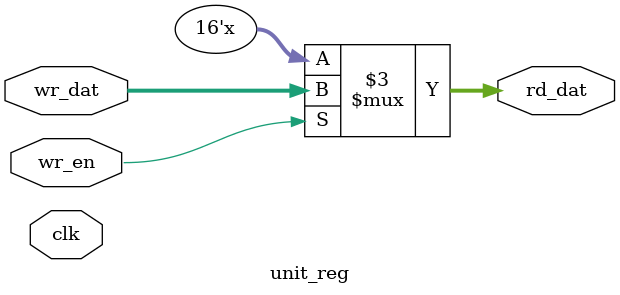
<source format=v>
module unit_reg(clk, wr_en, wr_dat, rd_dat);
input clk, wr_en;
input [15:0] wr_dat;
output reg [15:0] rd_dat;

always @(clk) begin
	if(wr_en) begin
		rd_dat = wr_dat;
	end
end
endmodule
</source>
